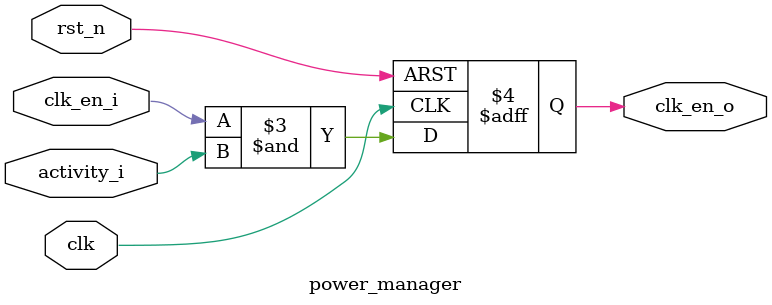
<source format=sv>
module power_manager(
  input  logic clk,
  input  logic rst_n,
  input  logic clk_en_i,     // 외부 enable
  input  logic activity_i,   // 최근 활동 감지 (간단히 AND)
  output logic clk_en_o
);
  always_ff @(posedge clk or negedge rst_n) begin
    if(!rst_n) clk_en_o <= 1'b0;
    else       clk_en_o <= clk_en_i & activity_i;
  end
endmodule

</source>
